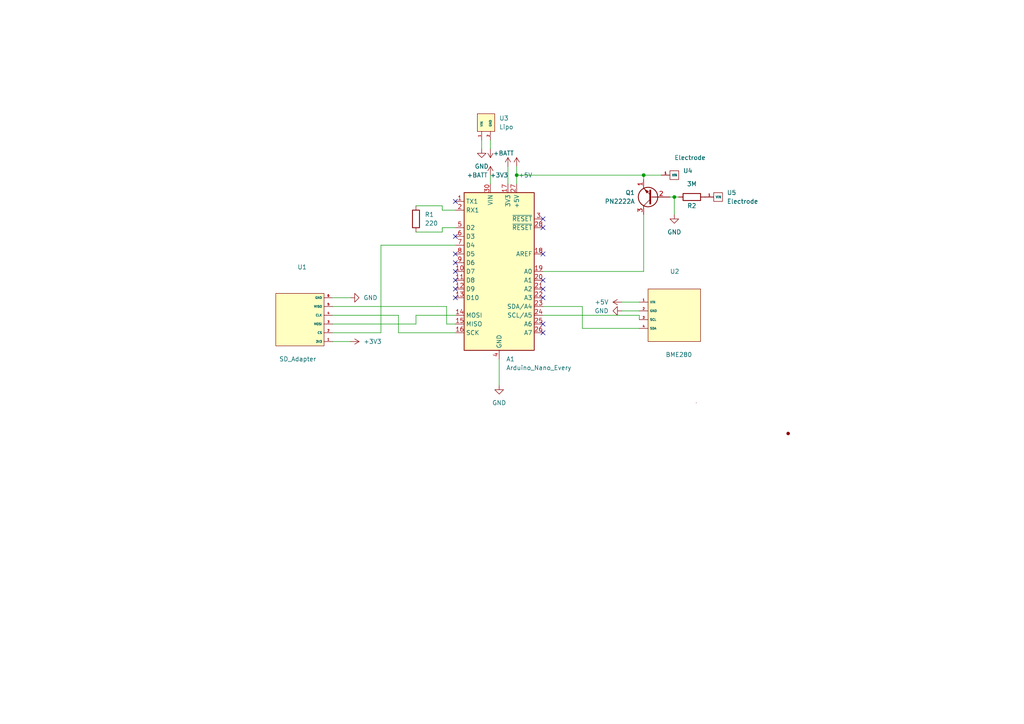
<source format=kicad_sch>
(kicad_sch (version 20211123) (generator eeschema)
  (paper "A4")
  (lib_symbols
    (symbol "Device:R" (pin_numbers hide) (pin_names (offset 0))
      (property "Reference" "R" (at 2.032 0 90))
      (property "Value" "R" (at 0 0 90))
      (symbol "R_0_1"
        (rectangle (start -1.016 -2.54) (end 1.016 2.54) (stroke (width 0.254)))
      )
      (symbol "R_1_1"
        (pin passive line (at 0 3.81 270) (length 1.27) (name "~") (number "1"))
        (pin passive line (at 0 -3.81 90) (length 1.27) (name "~") (number "2"))
      )
    )
    (symbol "MCU_Module:Arduino_Nano_Every"
      (property "Reference" "A" (at -10.16 23.495 0))
      (property "Value" "Arduino_Nano_Every" (at 5.08 -24.13 0))
      (symbol "Arduino_Nano_Every_0_1"
        (rectangle (start -10.16 22.86) (end 10.16 -22.86) (stroke (width 0.254)) (fill (type background)))
      )
      (symbol "Arduino_Nano_Every_1_1"
        (pin bidirectional line (at -12.7 20.32 0) (length 2.54) (name "TX1") (number "1"))
        (pin bidirectional line (at -12.7 0 0) (length 2.54) (name "D7") (number "10"))
        (pin bidirectional line (at -12.7 -2.54 0) (length 2.54) (name "D8") (number "11"))
        (pin bidirectional line (at -12.7 -5.08 0) (length 2.54) (name "D9") (number "12"))
        (pin bidirectional line (at -12.7 -7.62 0) (length 2.54) (name "D10") (number "13"))
        (pin bidirectional line (at -12.7 -12.7 0) (length 2.54) (name "MOSI") (number "14"))
        (pin bidirectional line (at -12.7 -15.24 0) (length 2.54) (name "MISO") (number "15"))
        (pin bidirectional line (at -12.7 -17.78 0) (length 2.54) (name "SCK") (number "16"))
        (pin power_out line (at 2.54 25.4 270) (length 2.54) (name "3V3") (number "17"))
        (pin input line (at 12.7 5.08 180) (length 2.54) (name "AREF") (number "18"))
        (pin bidirectional line (at 12.7 0 180) (length 2.54) (name "A0") (number "19"))
        (pin bidirectional line (at -12.7 17.78 0) (length 2.54) (name "RX1") (number "2"))
        (pin bidirectional line (at 12.7 -2.54 180) (length 2.54) (name "A1") (number "20"))
        (pin bidirectional line (at 12.7 -5.08 180) (length 2.54) (name "A2") (number "21"))
        (pin bidirectional line (at 12.7 -7.62 180) (length 2.54) (name "A3") (number "22"))
        (pin bidirectional line (at 12.7 -10.16 180) (length 2.54) (name "SDA/A4") (number "23"))
        (pin bidirectional line (at 12.7 -12.7 180) (length 2.54) (name "SCL/A5") (number "24"))
        (pin bidirectional line (at 12.7 -15.24 180) (length 2.54) (name "A6") (number "25"))
        (pin bidirectional line (at 12.7 -17.78 180) (length 2.54) (name "A7") (number "26"))
        (pin power_out line (at 5.08 25.4 270) (length 2.54) (name "+5V") (number "27"))
        (pin input line (at 12.7 12.7 180) (length 2.54) (name "~{RESET}") (number "28"))
        (pin passive line (at 0 -25.4 90) (length 2.54) hide (name "GND") (number "29"))
        (pin input line (at 12.7 15.24 180) (length 2.54) (name "~{RESET}") (number "3"))
        (pin power_in line (at -2.54 25.4 270) (length 2.54) (name "VIN") (number "30"))
        (pin power_in line (at 0 -25.4 90) (length 2.54) (name "GND") (number "4"))
        (pin bidirectional line (at -12.7 12.7 0) (length 2.54) (name "D2") (number "5"))
        (pin bidirectional line (at -12.7 10.16 0) (length 2.54) (name "D3") (number "6"))
        (pin bidirectional line (at -12.7 7.62 0) (length 2.54) (name "D4") (number "7"))
        (pin bidirectional line (at -12.7 5.08 0) (length 2.54) (name "D5") (number "8"))
        (pin bidirectional line (at -12.7 2.54 0) (length 2.54) (name "D6") (number "9"))
      )
    )
    (symbol "Rain Gauge lib:BME280"
      (property "Reference" "U" (at -5.08 20.32 0))
      (property "Value" "BME280" (at 0 -22.86 0))
      (symbol "BME280_0_1"
        (rectangle (start -7.62 7.62) (end 7.62 -7.62) (fill (type background)))
        (rectangle (start 25.4 6.35) (end 25.4 6.35))
        (rectangle (start 25.4 6.35) (end 25.4 6.35))
        (rectangle (start 34.29 33.02) (end 34.29 33.02))
        (rectangle (start 34.29 33.02) (end 34.29 33.02))
        (rectangle (start 34.29 33.02) (end 34.29 33.02))
        (rectangle (start 34.29 33.02) (end 34.29 33.02))
        (rectangle (start 34.29 33.02) (end 34.29 33.02))
        (rectangle (start 34.29 33.02) (end 34.29 33.02))
        (rectangle (start 34.29 33.02) (end 34.29 33.02))
        (rectangle (start 34.29 33.02) (end 34.29 33.02))
        (rectangle (start 34.29 33.02) (end 34.29 33.02))
        (rectangle (start 34.29 33.02) (end 34.29 33.02))
        (rectangle (start 34.29 33.02) (end 34.29 33.02))
        (rectangle (start 34.29 33.02) (end 34.29 33.02))
        (rectangle (start 34.29 33.02) (end 34.29 33.02))
        (rectangle (start 34.29 33.02) (end 34.29 33.02))
        (rectangle (start 34.29 33.02) (end 34.29 33.02))
        (rectangle (start 34.29 33.02) (end 34.29 33.02))
        (rectangle (start 34.29 33.02) (end 34.29 33.02))
        (rectangle (start 34.29 33.02) (end 34.29 33.02))
        (rectangle (start 34.29 33.02) (end 34.29 33.02))
        (rectangle (start 34.29 33.02) (end 34.29 33.02))
        (rectangle (start 34.29 33.02) (end 34.29 33.02))
        (rectangle (start 34.29 33.02) (end 34.29 33.02))
        (rectangle (start 34.29 33.02) (end 34.29 33.02))
        (rectangle (start 34.29 33.02) (end 34.29 33.02))
        (rectangle (start 34.29 33.02) (end 34.29 33.02))
        (rectangle (start 34.29 33.02) (end 34.29 33.02))
        (rectangle (start 34.29 33.02) (end 34.29 33.02))
        (rectangle (start 34.29 33.02) (end 34.29 33.02))
        (rectangle (start 34.29 33.02) (end 34.29 33.02))
        (rectangle (start 34.29 33.02) (end 34.29 33.02))
        (rectangle (start 34.29 33.02) (end 34.29 33.02))
        (rectangle (start 34.29 33.02) (end 34.29 33.02))
        (rectangle (start 34.29 33.02) (end 34.29 33.02))
        (rectangle (start 34.29 33.02) (end 34.29 33.02))
        (rectangle (start 34.29 33.02) (end 34.29 33.02))
        (rectangle (start 34.29 33.02) (end 34.29 33.02))
        (rectangle (start 34.29 33.02) (end 34.29 33.02))
        (rectangle (start 34.29 33.02) (end 34.29 33.02))
        (rectangle (start 34.29 33.02) (end 34.29 33.02))
        (rectangle (start 34.29 33.02) (end 34.29 33.02))
        (rectangle (start 34.29 33.02) (end 34.29 33.02))
        (rectangle (start 34.29 33.02) (end 34.29 33.02))
        (rectangle (start 34.29 33.02) (end 34.29 33.02))
        (rectangle (start 34.29 33.02) (end 34.29 33.02))
        (rectangle (start 34.29 33.02) (end 34.29 33.02))
        (rectangle (start 34.29 33.02) (end 34.29 33.02))
        (rectangle (start 34.29 33.02) (end 34.29 33.02))
        (rectangle (start 34.29 33.02) (end 34.29 33.02))
        (rectangle (start 34.29 33.02) (end 34.29 33.02))
        (rectangle (start 34.29 33.02) (end 34.29 33.02))
        (rectangle (start 34.29 33.02) (end 34.29 33.02))
        (rectangle (start 34.29 33.02) (end 34.29 33.02))
        (rectangle (start 34.29 33.02) (end 34.29 33.02) (stroke (width 0.127)) (fill (type background)))
        (rectangle (start 34.29 33.02) (end 34.29 33.02) (stroke (width 1)) (fill (type outline)))
        (arc (start 34.29 33.02) (mid 34.29 33.02) (end 34.29 33.02))
      )
      (symbol "BME280_1_1"
        (pin power_in line (at -3.81 -10.16 90) (length 2.54) (name "VIN") (number "1"))
        (pin power_in line (at -1.27 -10.16 90) (length 2.54) (name "GND") (number "2"))
        (pin input line (at 1.27 -10.16 90) (length 2.54) (name "SCL") (number "3"))
        (pin output line (at 3.81 -10.16 90) (length 2.54) (name "SDA") (number "4"))
      )
    )
    (symbol "Rain Gauge lib:Electrode"
      (property "Reference" "U" (at 0 3.81 0))
      (property "Value" "Electrode" (at 0 -3.81 0))
      (symbol "Electrode_0_1"
        (rectangle (start -1.27 1.27) (end 1.27 -1.27))
      )
      (symbol "Electrode_1_1"
        (pin input line (at 0 -3.81 90) (length 2.54) (name "VIN") (number "1"))
      )
    )
    (symbol "Rain Gauge lib:Lipo" (pin_names (offset 1.27))
      (property "Reference" "U" (at 0 6.35 0))
      (property "Value" "Lipo" (at 0 -6.35 0))
      (symbol "Lipo_0_1"
        (rectangle (start -2.54 2.54) (end 2.54 -2.54) (fill (type background)))
      )
      (symbol "Lipo_1_1"
        (pin power_out line (at -1.27 -5.08 90) (length 2.54) (name "VIN") (number "1"))
        (pin power_in line (at 1.27 -5.08 90) (length 2.54) (name "GND") (number "2"))
      )
    )
    (symbol "Rain Gauge lib:SD_Adapter"
      (property "Reference" "U" (at 0 10.16 0))
      (property "Value" "SD_Adapter" (at 0 -20.32 0))
      (symbol "SD_Adapter_0_1"
        (rectangle (start -7.62 7.62) (end 7.62 -6.35) (fill (type background)))
      )
      (symbol "SD_Adapter_1_1"
        (pin power_in line (at -6.35 -8.89 90) (length 2.54) (name "3V3") (number "1"))
        (pin input line (at -3.81 -8.89 90) (length 2.54) (name "CS") (number "2"))
        (pin input line (at -1.27 -8.89 90) (length 2.54) (name "MOSI") (number "3"))
        (pin input line (at 1.27 -8.89 90) (length 2.54) (name "CLK") (number "4"))
        (pin output line (at 3.81 -8.89 90) (length 2.54) (name "MISO") (number "5"))
        (pin power_in line (at 6.35 -8.89 90) (length 2.54) (name "GND") (number "6"))
      )
    )
    (symbol "Transistor_BJT:PN2222A" (pin_names (offset 0) hide)
      (property "Reference" "Q" (at 5.08 1.905 0))
      (property "Value" "PN2222A" (at 5.08 0 0))
      (symbol "PN2222A_0_1"
        (polyline (pts (xy 0 0) (xy 0.635 0)))
        (polyline (pts (xy 2.54 -2.54) (xy 0.635 -0.635)))
        (polyline (pts (xy 2.54 2.54) (xy 0.635 0.635)))
        (polyline (pts (xy 0.635 1.905) (xy 0.635 -1.905) (xy 0.635 -1.905)) (stroke (width 0.508)))
        (polyline (pts (xy 2.413 -2.413) (xy 1.905 -1.905) (xy 1.905 -1.905)))
        (polyline (pts (xy 1.143 -1.651) (xy 1.651 -1.143) (xy 2.159 -2.159) (xy 1.143 -1.651) (xy 1.143 -1.651)) (fill (type outline)))
        (circle (center 1.27 0) (radius 2.8194) (stroke (width 0.254)))
      )
      (symbol "PN2222A_1_1"
        (pin passive line (at 2.54 -5.08 90) (length 2.54) (name "E") (number "1"))
        (pin input line (at -5.08 0 0) (length 5.08) (name "B") (number "2"))
        (pin passive line (at 2.54 5.08 270) (length 2.54) (name "C") (number "3"))
      )
    )
    (symbol "power:+3V3" (power) (pin_names (offset 0))
      (property "Value" "+3V3" (at 0 3.556 0))
      (symbol "+3V3_0_1"
        (polyline (pts (xy -0.762 1.27) (xy 0 2.54)))
        (polyline (pts (xy 0 0) (xy 0 2.54)))
        (polyline (pts (xy 0 2.54) (xy 0.762 1.27)))
      )
      (symbol "+3V3_1_1"
        (pin power_in line (at 0 0 90) (length 0) hide (name "+3V3") (number "1"))
      )
    )
    (symbol "power:+5V" (power) (pin_names (offset 0))
      (property "Value" "+5V" (at 0 3.556 0))
      (symbol "+5V_0_1"
        (polyline (pts (xy -0.762 1.27) (xy 0 2.54)))
        (polyline (pts (xy 0 0) (xy 0 2.54)))
        (polyline (pts (xy 0 2.54) (xy 0.762 1.27)))
      )
      (symbol "+5V_1_1"
        (pin power_in line (at 0 0 90) (length 0) hide (name "+5V") (number "1"))
      )
    )
    (symbol "power:+BATT" (power) (pin_names (offset 0))
      (property "Value" "+BATT" (at 0 3.556 0))
      (symbol "+BATT_0_1"
        (polyline (pts (xy -0.762 1.27) (xy 0 2.54)))
        (polyline (pts (xy 0 0) (xy 0 2.54)))
        (polyline (pts (xy 0 2.54) (xy 0.762 1.27)))
      )
      (symbol "+BATT_1_1"
        (pin power_in line (at 0 0 90) (length 0) hide (name "+BATT") (number "1"))
      )
    )
    (symbol "power:GND" (power) (pin_names (offset 0))
      (property "Value" "GND" (at 0 -3.81 0))
      (symbol "GND_0_1"
        (polyline (pts (xy 0 0) (xy 0 -1.27) (xy 1.27 -1.27) (xy 0 -2.54) (xy -1.27 -1.27) (xy 0 -1.27)))
      )
      (symbol "GND_1_1"
        (pin power_in line (at 0 0 270) (length 0) hide (name "GND") (number "1"))
      )
    )
  )
  (junction (at 186.69 50.8))
  (junction (at 149.86 50.8))
  (junction (at 195.58 57.15))
  (no_connect (at 132.08 68.58))
  (no_connect (at 132.08 58.42))
  (no_connect (at 132.08 73.66))
  (no_connect (at 157.48 83.82))
  (no_connect (at 157.48 86.36))
  (no_connect (at 157.48 93.98))
  (no_connect (at 157.48 96.52))
  (no_connect (at 132.08 76.2))
  (no_connect (at 132.08 78.74))
  (no_connect (at 132.08 81.28))
  (no_connect (at 132.08 83.82))
  (no_connect (at 132.08 86.36))
  (no_connect (at 157.48 63.5))
  (no_connect (at 157.48 66.04))
  (no_connect (at 157.48 73.66))
  (no_connect (at 157.48 81.28))
  (wire (pts (xy 129.54 93.98) (xy 132.08 93.98)))
  (wire (pts (xy 185.42 91.44) (xy 185.42 92.71)))
  (wire (pts (xy 186.69 50.8) (xy 186.69 52.07)))
  (wire (pts (xy 120.65 91.44) (xy 132.08 91.44)))
  (wire (pts (xy 168.91 95.25) (xy 185.42 95.25)))
  (wire (pts (xy 144.78 104.14) (xy 144.78 111.76)))
  (wire (pts (xy 128.27 60.96) (xy 132.08 60.96)))
  (wire (pts (xy 129.54 88.9) (xy 129.54 93.98)))
  (wire (pts (xy 120.65 67.31) (xy 128.27 67.31)))
  (wire (pts (xy 115.57 91.44) (xy 115.57 96.52)))
  (wire (pts (xy 157.48 88.9) (xy 168.91 88.9)))
  (wire (pts (xy 96.52 91.44) (xy 115.57 91.44)))
  (wire (pts (xy 115.57 96.52) (xy 132.08 96.52)))
  (wire (pts (xy 142.24 40.64) (xy 142.24 43.18)))
  (wire (pts (xy 96.52 88.9) (xy 129.54 88.9)))
  (wire (pts (xy 186.69 50.8) (xy 191.77 50.8)))
  (wire (pts (xy 128.27 59.69) (xy 128.27 60.96)))
  (wire (pts (xy 96.52 96.52) (xy 110.49 96.52)))
  (wire (pts (xy 139.7 40.64) (xy 139.7 43.18)))
  (wire (pts (xy 120.65 59.69) (xy 128.27 59.69)))
  (wire (pts (xy 157.48 78.74) (xy 186.69 78.74)))
  (wire (pts (xy 194.31 57.15) (xy 195.58 57.15)))
  (wire (pts (xy 128.27 66.04) (xy 132.08 66.04)))
  (wire (pts (xy 120.65 93.98) (xy 120.65 91.44)))
  (wire (pts (xy 186.69 62.23) (xy 186.69 78.74)))
  (wire (pts (xy 147.32 48.26) (xy 147.32 53.34)))
  (wire (pts (xy 142.24 50.8) (xy 142.24 53.34)))
  (wire (pts (xy 149.86 48.26) (xy 149.86 50.8)))
  (wire (pts (xy 128.27 67.31) (xy 128.27 66.04)))
  (wire (pts (xy 96.52 86.36) (xy 101.6 86.36)))
  (wire (pts (xy 180.34 90.17) (xy 185.42 90.17)))
  (wire (pts (xy 110.49 71.12) (xy 132.08 71.12)))
  (wire (pts (xy 96.52 99.06) (xy 101.6 99.06)))
  (wire (pts (xy 180.34 87.63) (xy 185.42 87.63)))
  (wire (pts (xy 110.49 96.52) (xy 110.49 71.12)))
  (wire (pts (xy 149.86 50.8) (xy 186.69 50.8)))
  (wire (pts (xy 96.52 93.98) (xy 120.65 93.98)))
  (wire (pts (xy 195.58 57.15) (xy 195.58 62.23)))
  (wire (pts (xy 157.48 91.44) (xy 185.42 91.44)))
  (wire (pts (xy 168.91 88.9) (xy 168.91 95.25)))
  (wire (pts (xy 149.86 50.8) (xy 149.86 53.34)))
  (wire (pts (xy 195.58 57.15) (xy 196.85 57.15)))
  (symbol (lib_id "Transistor_BJT:PN2222A") (at 189.23 57.15 180) (unit 1)
    (property "Reference" "Q1" (at 184.15 55.8799 0) (effects (justify left)))
    (property "Value" "PN2222A" (at 184.15 58.4199 0) (effects (justify left)))
    (property "Footprint" "Package_TO_SOT_THT:TO-92_Inline" (effects hide))
    (property "Datasheet" "https://www.onsemi.com/pub/Collateral/PN2222-D.PDF" (effects hide))
  )
  (symbol (lib_id "Rain Gauge lib:Electrode") (at 195.58 50.8 270) (unit 1)
    (property "Reference" "U4" (at 198.12 49.5299 90) (effects (justify left)))
    (property "Value" "Electrode" (at 195.58 45.72 90) (effects (justify left)))
    (property "Footprint" "Rain Gauge:Electrode" (effects hide))
  )
  (symbol (lib_id "Rain Gauge lib:Lipo") (at 140.97 35.56 0) (unit 1)
    (property "Reference" "U3" (at 144.78 34.2899 0) (effects (justify left)))
    (property "Value" "Lipo" (at 144.78 36.8299 0) (effects (justify left)))
    (property "Footprint" "Rain Gauge:Lipo" (effects hide))
  )
  (symbol (lib_id "power:GND") (at 180.34 90.17 270) (unit 1)
    (property "Reference" "#PWR0105" (effects hide))
    (property "Value" "GND" (at 176.53 90.1699 90) (effects (justify right)))
  )
  (symbol (lib_id "Rain Gauge lib:Electrode") (at 208.28 57.15 270) (unit 1)
    (property "Reference" "U5" (at 210.82 55.8799 90) (effects (justify left)))
    (property "Value" "Electrode" (at 210.82 58.4199 90) (effects (justify left)))
    (property "Footprint" "Rain Gauge:Electrode" (effects hide))
  )
  (symbol (lib_id "power:+BATT") (at 142.24 50.8 0) (unit 1)
    (property "Reference" "#PWR0110" (effects hide))
    (property "Value" "+BATT" (at 138.43 50.8 0))
  )
  (symbol (lib_id "power:+3V3") (at 147.32 48.26 0) (unit 1)
    (property "Reference" "#PWR0102" (effects hide))
    (property "Value" "+3V3" (at 144.78 50.8 0))
  )
  (symbol (lib_id "power:GND") (at 195.58 62.23 0) (unit 1)
    (property "Reference" "#PWR0111" (effects hide))
    (property "Value" "GND" (at 195.58 67.31 0))
  )
  (symbol (lib_id "power:+5V") (at 180.34 87.63 90) (unit 1)
    (property "Reference" "#PWR0106" (effects hide))
    (property "Value" "+5V" (at 176.53 87.6299 90) (effects (justify left)))
  )
  (symbol (lib_id "power:GND") (at 139.7 43.18 0) (unit 1)
    (property "Reference" "#PWR0108" (effects hide))
    (property "Value" "GND" (at 139.7 48.26 0))
  )
  (symbol (lib_id "Device:R") (at 200.66 57.15 90) (unit 1)
    (property "Reference" "R2" (at 200.66 59.69 90))
    (property "Value" "3M" (at 200.66 53.34 90))
    (property "Footprint" "Resistor_THT:R_Axial_DIN0207_L6.3mm_D2.5mm_P15.24mm_Horizontal" (effects hide))
  )
  (symbol (lib_id "power:GND") (at 101.6 86.36 90) (unit 1)
    (property "Reference" "#PWR0107" (effects hide))
    (property "Value" "GND" (at 105.41 86.3599 90) (effects (justify right)))
  )
  (symbol (lib_id "MCU_Module:Arduino_Nano_Every") (at 144.78 78.74 0) (unit 1)
    (property "Reference" "A1" (at 146.7994 104.14 0) (effects (justify left)))
    (property "Value" "Arduino_Nano_Every" (at 146.7994 106.68 0) (effects (justify left)))
    (property "Footprint" "Module:Arduino_Nano" (effects hide))
    (property "Datasheet" "https://content.arduino.cc/assets/NANOEveryV3.0_sch.pdf" (effects hide))
  )
  (symbol (lib_id "power:+5V") (at 149.86 48.26 0) (unit 1)
    (property "Reference" "#PWR0103" (effects hide))
    (property "Value" "+5V" (at 152.4 50.8 0))
  )
  (symbol (lib_id "power:+BATT") (at 142.24 43.18 180) (unit 1)
    (property "Reference" "#PWR0109" (effects hide))
    (property "Value" "+BATT" (at 146.05 44.45 0))
  )
  (symbol (lib_id "Rain Gauge lib:SD_Adapter") (at 87.63 92.71 90) (unit 1)
    (property "Reference" "U1" (at 87.63 77.47 90))
    (property "Value" "SD_Adapter" (at 86.36 104.14 90))
    (property "Footprint" "Rain Gauge:3.3v SD Adapter" (effects hide))
  )
  (symbol (lib_id "power:+3V3") (at 101.6 99.06 270) (unit 1)
    (property "Reference" "#PWR0104" (effects hide))
    (property "Value" "+3V3" (at 105.41 99.0599 90) (effects (justify left)))
  )
  (symbol (lib_id "power:GND") (at 144.78 111.76 0) (unit 1)
    (property "Reference" "#PWR0101" (effects hide))
    (property "Value" "GND" (at 144.78 116.84 0))
  )
  (symbol (lib_id "Rain Gauge lib:BME280") (at 195.58 91.44 270) (unit 1)
    (property "Reference" "U2" (at 194.31 78.74 90) (effects (justify left)))
    (property "Value" "BME280" (at 193.04 102.87 90) (effects (justify left)))
    (property "Footprint" "Rain Gauge:BME280" (effects hide))
  )
  (symbol (lib_id "Device:R") (at 120.65 63.5 0) (unit 1)
    (property "Reference" "R1" (at 123.19 62.2299 0) (effects (justify left)))
    (property "Value" "220" (at 123.19 64.7699 0) (effects (justify left)))
    (property "Footprint" "Resistor_THT:R_Axial_DIN0207_L6.3mm_D2.5mm_P15.24mm_Horizontal" (effects hide))
  )
)
</source>
